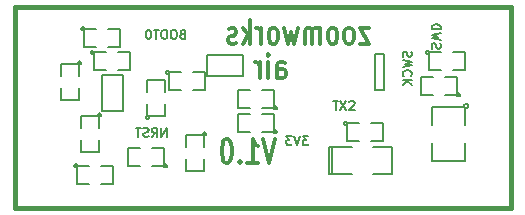
<source format=gbo>
G04 (created by PCBNEW-RS274X (2011-05-25)-stable) date Thu 12 Dec 2013 15:20:29 GMT*
G01*
G70*
G90*
%MOIN*%
G04 Gerber Fmt 3.4, Leading zero omitted, Abs format*
%FSLAX34Y34*%
G04 APERTURE LIST*
%ADD10C,0.006000*%
%ADD11C,0.015000*%
%ADD12C,0.012000*%
%ADD13C,0.007500*%
%ADD14C,0.005000*%
G04 APERTURE END LIST*
G54D10*
G54D11*
X49016Y-40354D02*
X49016Y-33661D01*
X65551Y-40354D02*
X49016Y-40354D01*
X65551Y-33661D02*
X65551Y-40354D01*
X49016Y-33661D02*
X65551Y-33661D01*
G54D12*
X57686Y-38067D02*
X57486Y-38867D01*
X57286Y-38067D01*
X56772Y-38867D02*
X57115Y-38867D01*
X56943Y-38867D02*
X56943Y-38067D01*
X57000Y-38181D01*
X57058Y-38257D01*
X57115Y-38295D01*
X56515Y-38791D02*
X56487Y-38829D01*
X56515Y-38867D01*
X56544Y-38829D01*
X56515Y-38791D01*
X56515Y-38867D01*
X56115Y-38067D02*
X56058Y-38067D01*
X56001Y-38105D01*
X55972Y-38143D01*
X55943Y-38219D01*
X55915Y-38372D01*
X55915Y-38562D01*
X55943Y-38714D01*
X55972Y-38791D01*
X56001Y-38829D01*
X56058Y-38867D01*
X56115Y-38867D01*
X56172Y-38829D01*
X56201Y-38791D01*
X56229Y-38714D01*
X56258Y-38562D01*
X56258Y-38372D01*
X56229Y-38219D01*
X56201Y-38143D01*
X56172Y-38105D01*
X56115Y-38067D01*
X57759Y-36033D02*
X57759Y-35614D01*
X57788Y-35538D01*
X57845Y-35499D01*
X57959Y-35499D01*
X58016Y-35538D01*
X57759Y-35995D02*
X57816Y-36033D01*
X57959Y-36033D01*
X58016Y-35995D01*
X58045Y-35919D01*
X58045Y-35842D01*
X58016Y-35766D01*
X57959Y-35728D01*
X57816Y-35728D01*
X57759Y-35690D01*
X57473Y-36033D02*
X57473Y-35499D01*
X57473Y-35233D02*
X57502Y-35271D01*
X57473Y-35309D01*
X57445Y-35271D01*
X57473Y-35233D01*
X57473Y-35309D01*
X57187Y-36033D02*
X57187Y-35499D01*
X57187Y-35652D02*
X57159Y-35576D01*
X57130Y-35538D01*
X57073Y-35499D01*
X57016Y-35499D01*
G54D13*
X54076Y-37995D02*
X54076Y-37695D01*
X53904Y-37995D01*
X53904Y-37695D01*
X53590Y-37995D02*
X53690Y-37853D01*
X53762Y-37995D02*
X53762Y-37695D01*
X53647Y-37695D01*
X53619Y-37710D01*
X53604Y-37724D01*
X53590Y-37753D01*
X53590Y-37795D01*
X53604Y-37824D01*
X53619Y-37838D01*
X53647Y-37853D01*
X53762Y-37853D01*
X53476Y-37981D02*
X53433Y-37995D01*
X53362Y-37995D01*
X53333Y-37981D01*
X53319Y-37967D01*
X53304Y-37938D01*
X53304Y-37910D01*
X53319Y-37881D01*
X53333Y-37867D01*
X53362Y-37853D01*
X53419Y-37838D01*
X53447Y-37824D01*
X53462Y-37810D01*
X53476Y-37781D01*
X53476Y-37753D01*
X53462Y-37724D01*
X53447Y-37710D01*
X53419Y-37695D01*
X53347Y-37695D01*
X53304Y-37710D01*
X53218Y-37695D02*
X53047Y-37695D01*
X53133Y-37995D02*
X53133Y-37695D01*
X54605Y-34570D02*
X54562Y-34585D01*
X54547Y-34599D01*
X54533Y-34627D01*
X54533Y-34670D01*
X54547Y-34699D01*
X54562Y-34713D01*
X54590Y-34727D01*
X54705Y-34727D01*
X54705Y-34427D01*
X54605Y-34427D01*
X54576Y-34442D01*
X54562Y-34456D01*
X54547Y-34485D01*
X54547Y-34513D01*
X54562Y-34542D01*
X54576Y-34556D01*
X54605Y-34570D01*
X54705Y-34570D01*
X54347Y-34427D02*
X54290Y-34427D01*
X54262Y-34442D01*
X54233Y-34470D01*
X54219Y-34527D01*
X54219Y-34627D01*
X54233Y-34685D01*
X54262Y-34713D01*
X54290Y-34727D01*
X54347Y-34727D01*
X54376Y-34713D01*
X54405Y-34685D01*
X54419Y-34627D01*
X54419Y-34527D01*
X54405Y-34470D01*
X54376Y-34442D01*
X54347Y-34427D01*
X54033Y-34427D02*
X53976Y-34427D01*
X53948Y-34442D01*
X53919Y-34470D01*
X53905Y-34527D01*
X53905Y-34627D01*
X53919Y-34685D01*
X53948Y-34713D01*
X53976Y-34727D01*
X54033Y-34727D01*
X54062Y-34713D01*
X54091Y-34685D01*
X54105Y-34627D01*
X54105Y-34527D01*
X54091Y-34470D01*
X54062Y-34442D01*
X54033Y-34427D01*
X53819Y-34427D02*
X53648Y-34427D01*
X53734Y-34727D02*
X53734Y-34427D01*
X53490Y-34427D02*
X53462Y-34427D01*
X53433Y-34442D01*
X53419Y-34456D01*
X53405Y-34485D01*
X53390Y-34542D01*
X53390Y-34613D01*
X53405Y-34670D01*
X53419Y-34699D01*
X53433Y-34713D01*
X53462Y-34727D01*
X53490Y-34727D01*
X53519Y-34713D01*
X53533Y-34699D01*
X53548Y-34670D01*
X53562Y-34613D01*
X53562Y-34542D01*
X53548Y-34485D01*
X53533Y-34456D01*
X53519Y-34442D01*
X53490Y-34427D01*
X59629Y-36790D02*
X59800Y-36790D01*
X59714Y-37090D02*
X59714Y-36790D01*
X59872Y-36790D02*
X60072Y-37090D01*
X60072Y-36790D02*
X59872Y-37090D01*
X60172Y-36819D02*
X60186Y-36805D01*
X60215Y-36790D01*
X60286Y-36790D01*
X60315Y-36805D01*
X60329Y-36819D01*
X60344Y-36848D01*
X60344Y-36876D01*
X60329Y-36919D01*
X60158Y-37090D01*
X60344Y-37090D01*
X58796Y-37971D02*
X58610Y-37971D01*
X58710Y-38086D01*
X58668Y-38086D01*
X58639Y-38100D01*
X58625Y-38114D01*
X58610Y-38143D01*
X58610Y-38214D01*
X58625Y-38243D01*
X58639Y-38257D01*
X58668Y-38271D01*
X58753Y-38271D01*
X58782Y-38257D01*
X58796Y-38243D01*
X58524Y-37971D02*
X58424Y-38271D01*
X58324Y-37971D01*
X58253Y-37971D02*
X58067Y-37971D01*
X58167Y-38086D01*
X58125Y-38086D01*
X58096Y-38100D01*
X58082Y-38114D01*
X58067Y-38143D01*
X58067Y-38214D01*
X58082Y-38243D01*
X58096Y-38257D01*
X58125Y-38271D01*
X58210Y-38271D01*
X58239Y-38257D01*
X58253Y-38243D01*
X62233Y-35152D02*
X62247Y-35195D01*
X62247Y-35266D01*
X62233Y-35295D01*
X62219Y-35309D01*
X62190Y-35324D01*
X62162Y-35324D01*
X62133Y-35309D01*
X62119Y-35295D01*
X62105Y-35266D01*
X62090Y-35209D01*
X62076Y-35181D01*
X62062Y-35166D01*
X62033Y-35152D01*
X62005Y-35152D01*
X61976Y-35166D01*
X61962Y-35181D01*
X61947Y-35209D01*
X61947Y-35281D01*
X61962Y-35324D01*
X61947Y-35424D02*
X62247Y-35495D01*
X62033Y-35552D01*
X62247Y-35610D01*
X61947Y-35681D01*
X62219Y-35967D02*
X62233Y-35953D01*
X62247Y-35910D01*
X62247Y-35881D01*
X62233Y-35838D01*
X62205Y-35810D01*
X62176Y-35795D01*
X62119Y-35781D01*
X62076Y-35781D01*
X62019Y-35795D01*
X61990Y-35810D01*
X61962Y-35838D01*
X61947Y-35881D01*
X61947Y-35910D01*
X61962Y-35953D01*
X61976Y-35967D01*
X62247Y-36095D02*
X61947Y-36095D01*
X62247Y-36267D02*
X62076Y-36138D01*
X61947Y-36267D02*
X62119Y-36095D01*
X62924Y-35053D02*
X62910Y-35010D01*
X62910Y-34939D01*
X62924Y-34910D01*
X62938Y-34896D01*
X62967Y-34881D01*
X62995Y-34881D01*
X63024Y-34896D01*
X63038Y-34910D01*
X63052Y-34939D01*
X63067Y-34996D01*
X63081Y-35024D01*
X63095Y-35039D01*
X63124Y-35053D01*
X63152Y-35053D01*
X63181Y-35039D01*
X63195Y-35024D01*
X63210Y-34996D01*
X63210Y-34924D01*
X63195Y-34881D01*
X63210Y-34781D02*
X62910Y-34710D01*
X63124Y-34653D01*
X62910Y-34595D01*
X63210Y-34524D01*
X62910Y-34410D02*
X63210Y-34410D01*
X63210Y-34338D01*
X63195Y-34295D01*
X63167Y-34267D01*
X63138Y-34252D01*
X63081Y-34238D01*
X63038Y-34238D01*
X62981Y-34252D01*
X62952Y-34267D01*
X62924Y-34295D01*
X62910Y-34338D01*
X62910Y-34410D01*
G54D12*
X60822Y-34357D02*
X60508Y-34357D01*
X60822Y-34891D01*
X60508Y-34891D01*
X60193Y-34891D02*
X60251Y-34853D01*
X60279Y-34815D01*
X60308Y-34738D01*
X60308Y-34510D01*
X60279Y-34434D01*
X60251Y-34396D01*
X60193Y-34357D01*
X60108Y-34357D01*
X60051Y-34396D01*
X60022Y-34434D01*
X59993Y-34510D01*
X59993Y-34738D01*
X60022Y-34815D01*
X60051Y-34853D01*
X60108Y-34891D01*
X60193Y-34891D01*
X59650Y-34891D02*
X59708Y-34853D01*
X59736Y-34815D01*
X59765Y-34738D01*
X59765Y-34510D01*
X59736Y-34434D01*
X59708Y-34396D01*
X59650Y-34357D01*
X59565Y-34357D01*
X59508Y-34396D01*
X59479Y-34434D01*
X59450Y-34510D01*
X59450Y-34738D01*
X59479Y-34815D01*
X59508Y-34853D01*
X59565Y-34891D01*
X59650Y-34891D01*
X59193Y-34891D02*
X59193Y-34357D01*
X59193Y-34434D02*
X59165Y-34396D01*
X59107Y-34357D01*
X59022Y-34357D01*
X58965Y-34396D01*
X58936Y-34472D01*
X58936Y-34891D01*
X58936Y-34472D02*
X58907Y-34396D01*
X58850Y-34357D01*
X58765Y-34357D01*
X58707Y-34396D01*
X58679Y-34472D01*
X58679Y-34891D01*
X58450Y-34357D02*
X58336Y-34891D01*
X58222Y-34510D01*
X58107Y-34891D01*
X57993Y-34357D01*
X57678Y-34891D02*
X57736Y-34853D01*
X57764Y-34815D01*
X57793Y-34738D01*
X57793Y-34510D01*
X57764Y-34434D01*
X57736Y-34396D01*
X57678Y-34357D01*
X57593Y-34357D01*
X57536Y-34396D01*
X57507Y-34434D01*
X57478Y-34510D01*
X57478Y-34738D01*
X57507Y-34815D01*
X57536Y-34853D01*
X57593Y-34891D01*
X57678Y-34891D01*
X57221Y-34891D02*
X57221Y-34357D01*
X57221Y-34510D02*
X57193Y-34434D01*
X57164Y-34396D01*
X57107Y-34357D01*
X57050Y-34357D01*
X56850Y-34891D02*
X56850Y-34091D01*
X56793Y-34586D02*
X56622Y-34891D01*
X56622Y-34357D02*
X56850Y-34662D01*
X56393Y-34853D02*
X56336Y-34891D01*
X56221Y-34891D01*
X56164Y-34853D01*
X56136Y-34777D01*
X56136Y-34738D01*
X56164Y-34662D01*
X56221Y-34624D01*
X56307Y-34624D01*
X56364Y-34586D01*
X56393Y-34510D01*
X56393Y-34472D01*
X56364Y-34396D01*
X56307Y-34357D01*
X56221Y-34357D01*
X56164Y-34396D01*
G54D14*
X52633Y-35935D02*
X51933Y-35935D01*
X51933Y-35935D02*
X51933Y-37135D01*
X51933Y-37135D02*
X52633Y-37135D01*
X52633Y-37135D02*
X52633Y-35935D01*
X64134Y-36963D02*
X64132Y-36976D01*
X64128Y-36989D01*
X64122Y-37001D01*
X64113Y-37012D01*
X64103Y-37021D01*
X64091Y-37027D01*
X64078Y-37031D01*
X64064Y-37032D01*
X64051Y-37031D01*
X64038Y-37027D01*
X64026Y-37021D01*
X64016Y-37013D01*
X64007Y-37002D01*
X64000Y-36990D01*
X63996Y-36977D01*
X63995Y-36963D01*
X63996Y-36951D01*
X63999Y-36938D01*
X64006Y-36926D01*
X64014Y-36915D01*
X64025Y-36906D01*
X64036Y-36899D01*
X64049Y-36895D01*
X64063Y-36894D01*
X64076Y-36895D01*
X64089Y-36898D01*
X64101Y-36904D01*
X64112Y-36913D01*
X64121Y-36923D01*
X64127Y-36935D01*
X64132Y-36948D01*
X64133Y-36962D01*
X64134Y-36963D01*
X62914Y-37613D02*
X62914Y-37013D01*
X62914Y-37013D02*
X64014Y-37013D01*
X64014Y-37013D02*
X64014Y-37613D01*
X64014Y-38213D02*
X64014Y-38813D01*
X64014Y-38813D02*
X62914Y-38813D01*
X62914Y-38813D02*
X62914Y-38213D01*
X51216Y-35531D02*
X51215Y-35540D01*
X51212Y-35550D01*
X51207Y-35558D01*
X51201Y-35566D01*
X51193Y-35572D01*
X51185Y-35577D01*
X51176Y-35579D01*
X51166Y-35580D01*
X51157Y-35580D01*
X51148Y-35577D01*
X51139Y-35572D01*
X51132Y-35566D01*
X51125Y-35559D01*
X51121Y-35550D01*
X51118Y-35541D01*
X51117Y-35531D01*
X51117Y-35522D01*
X51120Y-35513D01*
X51124Y-35504D01*
X51131Y-35497D01*
X51138Y-35490D01*
X51146Y-35486D01*
X51156Y-35483D01*
X51165Y-35482D01*
X51174Y-35482D01*
X51184Y-35485D01*
X51192Y-35489D01*
X51200Y-35495D01*
X51206Y-35503D01*
X51211Y-35511D01*
X51214Y-35520D01*
X51215Y-35530D01*
X51216Y-35531D01*
X51166Y-35981D02*
X51166Y-35581D01*
X51166Y-35581D02*
X50566Y-35581D01*
X50566Y-35581D02*
X50566Y-35981D01*
X50566Y-36381D02*
X50566Y-36781D01*
X50566Y-36781D02*
X51166Y-36781D01*
X51166Y-36781D02*
X51166Y-36381D01*
X62825Y-35172D02*
X62824Y-35181D01*
X62821Y-35191D01*
X62816Y-35199D01*
X62810Y-35207D01*
X62802Y-35213D01*
X62794Y-35218D01*
X62785Y-35220D01*
X62775Y-35221D01*
X62766Y-35221D01*
X62757Y-35218D01*
X62748Y-35213D01*
X62741Y-35207D01*
X62734Y-35200D01*
X62730Y-35191D01*
X62727Y-35182D01*
X62726Y-35172D01*
X62726Y-35163D01*
X62729Y-35154D01*
X62733Y-35145D01*
X62740Y-35138D01*
X62747Y-35131D01*
X62755Y-35127D01*
X62765Y-35124D01*
X62774Y-35123D01*
X62783Y-35123D01*
X62793Y-35126D01*
X62801Y-35130D01*
X62809Y-35136D01*
X62815Y-35144D01*
X62820Y-35152D01*
X62823Y-35161D01*
X62824Y-35171D01*
X62825Y-35172D01*
X63225Y-35172D02*
X62825Y-35172D01*
X62825Y-35172D02*
X62825Y-35772D01*
X62825Y-35772D02*
X63225Y-35772D01*
X63625Y-35772D02*
X64025Y-35772D01*
X64025Y-35772D02*
X64025Y-35172D01*
X64025Y-35172D02*
X63625Y-35172D01*
X63850Y-36599D02*
X63849Y-36608D01*
X63846Y-36618D01*
X63841Y-36626D01*
X63835Y-36634D01*
X63827Y-36640D01*
X63819Y-36645D01*
X63810Y-36647D01*
X63800Y-36648D01*
X63791Y-36648D01*
X63782Y-36645D01*
X63773Y-36640D01*
X63766Y-36634D01*
X63759Y-36627D01*
X63755Y-36618D01*
X63752Y-36609D01*
X63751Y-36599D01*
X63751Y-36590D01*
X63754Y-36581D01*
X63758Y-36572D01*
X63765Y-36565D01*
X63772Y-36558D01*
X63780Y-36554D01*
X63790Y-36551D01*
X63799Y-36550D01*
X63808Y-36550D01*
X63818Y-36553D01*
X63826Y-36557D01*
X63834Y-36563D01*
X63840Y-36571D01*
X63845Y-36579D01*
X63848Y-36588D01*
X63849Y-36598D01*
X63850Y-36599D01*
X63350Y-36599D02*
X63750Y-36599D01*
X63750Y-36599D02*
X63750Y-35999D01*
X63750Y-35999D02*
X63350Y-35999D01*
X62950Y-35999D02*
X62550Y-35999D01*
X62550Y-35999D02*
X62550Y-36599D01*
X62550Y-36599D02*
X62950Y-36599D01*
X54086Y-38961D02*
X54085Y-38970D01*
X54082Y-38980D01*
X54077Y-38988D01*
X54071Y-38996D01*
X54063Y-39002D01*
X54055Y-39007D01*
X54046Y-39009D01*
X54036Y-39010D01*
X54027Y-39010D01*
X54018Y-39007D01*
X54009Y-39002D01*
X54002Y-38996D01*
X53995Y-38989D01*
X53991Y-38980D01*
X53988Y-38971D01*
X53987Y-38961D01*
X53987Y-38952D01*
X53990Y-38943D01*
X53994Y-38934D01*
X54001Y-38927D01*
X54008Y-38920D01*
X54016Y-38916D01*
X54026Y-38913D01*
X54035Y-38912D01*
X54044Y-38912D01*
X54054Y-38915D01*
X54062Y-38919D01*
X54070Y-38925D01*
X54076Y-38933D01*
X54081Y-38941D01*
X54084Y-38950D01*
X54085Y-38960D01*
X54086Y-38961D01*
X53586Y-38961D02*
X53986Y-38961D01*
X53986Y-38961D02*
X53986Y-38361D01*
X53986Y-38361D02*
X53586Y-38361D01*
X53186Y-38361D02*
X52786Y-38361D01*
X52786Y-38361D02*
X52786Y-38961D01*
X52786Y-38961D02*
X53186Y-38961D01*
X51329Y-34385D02*
X51328Y-34394D01*
X51325Y-34404D01*
X51320Y-34412D01*
X51314Y-34420D01*
X51306Y-34426D01*
X51298Y-34431D01*
X51289Y-34433D01*
X51279Y-34434D01*
X51270Y-34434D01*
X51261Y-34431D01*
X51252Y-34426D01*
X51245Y-34420D01*
X51238Y-34413D01*
X51234Y-34404D01*
X51231Y-34395D01*
X51230Y-34385D01*
X51230Y-34376D01*
X51233Y-34367D01*
X51237Y-34358D01*
X51244Y-34351D01*
X51251Y-34344D01*
X51259Y-34340D01*
X51269Y-34337D01*
X51278Y-34336D01*
X51287Y-34336D01*
X51297Y-34339D01*
X51305Y-34343D01*
X51313Y-34349D01*
X51319Y-34357D01*
X51324Y-34365D01*
X51327Y-34374D01*
X51328Y-34384D01*
X51329Y-34385D01*
X51729Y-34385D02*
X51329Y-34385D01*
X51329Y-34385D02*
X51329Y-34985D01*
X51329Y-34985D02*
X51729Y-34985D01*
X52129Y-34985D02*
X52529Y-34985D01*
X52529Y-34985D02*
X52529Y-34385D01*
X52529Y-34385D02*
X52129Y-34385D01*
X51093Y-38952D02*
X51092Y-38961D01*
X51089Y-38971D01*
X51084Y-38979D01*
X51078Y-38987D01*
X51070Y-38993D01*
X51062Y-38998D01*
X51053Y-39000D01*
X51043Y-39001D01*
X51034Y-39001D01*
X51025Y-38998D01*
X51016Y-38993D01*
X51009Y-38987D01*
X51002Y-38980D01*
X50998Y-38971D01*
X50995Y-38962D01*
X50994Y-38952D01*
X50994Y-38943D01*
X50997Y-38934D01*
X51001Y-38925D01*
X51008Y-38918D01*
X51015Y-38911D01*
X51023Y-38907D01*
X51033Y-38904D01*
X51042Y-38903D01*
X51051Y-38903D01*
X51061Y-38906D01*
X51069Y-38910D01*
X51077Y-38916D01*
X51083Y-38924D01*
X51088Y-38932D01*
X51091Y-38941D01*
X51092Y-38951D01*
X51093Y-38952D01*
X51493Y-38952D02*
X51093Y-38952D01*
X51093Y-38952D02*
X51093Y-39552D01*
X51093Y-39552D02*
X51493Y-39552D01*
X51893Y-39552D02*
X52293Y-39552D01*
X52293Y-39552D02*
X52293Y-38952D01*
X52293Y-38952D02*
X51893Y-38952D01*
X54164Y-35842D02*
X54163Y-35851D01*
X54160Y-35861D01*
X54155Y-35869D01*
X54149Y-35877D01*
X54141Y-35883D01*
X54133Y-35888D01*
X54124Y-35890D01*
X54114Y-35891D01*
X54105Y-35891D01*
X54096Y-35888D01*
X54087Y-35883D01*
X54080Y-35877D01*
X54073Y-35870D01*
X54069Y-35861D01*
X54066Y-35852D01*
X54065Y-35842D01*
X54065Y-35833D01*
X54068Y-35824D01*
X54072Y-35815D01*
X54079Y-35808D01*
X54086Y-35801D01*
X54094Y-35797D01*
X54104Y-35794D01*
X54113Y-35793D01*
X54122Y-35793D01*
X54132Y-35796D01*
X54140Y-35800D01*
X54148Y-35806D01*
X54154Y-35814D01*
X54159Y-35822D01*
X54162Y-35831D01*
X54163Y-35841D01*
X54164Y-35842D01*
X54564Y-35842D02*
X54164Y-35842D01*
X54164Y-35842D02*
X54164Y-36442D01*
X54164Y-36442D02*
X54564Y-36442D01*
X54964Y-36442D02*
X55364Y-36442D01*
X55364Y-36442D02*
X55364Y-35842D01*
X55364Y-35842D02*
X54964Y-35842D01*
X51885Y-37263D02*
X51884Y-37272D01*
X51881Y-37282D01*
X51876Y-37290D01*
X51870Y-37298D01*
X51862Y-37304D01*
X51854Y-37309D01*
X51845Y-37311D01*
X51835Y-37312D01*
X51826Y-37312D01*
X51817Y-37309D01*
X51808Y-37304D01*
X51801Y-37298D01*
X51794Y-37291D01*
X51790Y-37282D01*
X51787Y-37273D01*
X51786Y-37263D01*
X51786Y-37254D01*
X51789Y-37245D01*
X51793Y-37236D01*
X51800Y-37229D01*
X51807Y-37222D01*
X51815Y-37218D01*
X51825Y-37215D01*
X51834Y-37214D01*
X51843Y-37214D01*
X51853Y-37217D01*
X51861Y-37221D01*
X51869Y-37227D01*
X51875Y-37235D01*
X51880Y-37243D01*
X51883Y-37252D01*
X51884Y-37262D01*
X51885Y-37263D01*
X51835Y-37713D02*
X51835Y-37313D01*
X51835Y-37313D02*
X51235Y-37313D01*
X51235Y-37313D02*
X51235Y-37713D01*
X51235Y-38113D02*
X51235Y-38513D01*
X51235Y-38513D02*
X51835Y-38513D01*
X51835Y-38513D02*
X51835Y-38113D01*
X51644Y-35172D02*
X51643Y-35181D01*
X51640Y-35191D01*
X51635Y-35199D01*
X51629Y-35207D01*
X51621Y-35213D01*
X51613Y-35218D01*
X51604Y-35220D01*
X51594Y-35221D01*
X51585Y-35221D01*
X51576Y-35218D01*
X51567Y-35213D01*
X51560Y-35207D01*
X51553Y-35200D01*
X51549Y-35191D01*
X51546Y-35182D01*
X51545Y-35172D01*
X51545Y-35163D01*
X51548Y-35154D01*
X51552Y-35145D01*
X51559Y-35138D01*
X51566Y-35131D01*
X51574Y-35127D01*
X51584Y-35124D01*
X51593Y-35123D01*
X51602Y-35123D01*
X51612Y-35126D01*
X51620Y-35130D01*
X51628Y-35136D01*
X51634Y-35144D01*
X51639Y-35152D01*
X51642Y-35161D01*
X51643Y-35171D01*
X51644Y-35172D01*
X52044Y-35172D02*
X51644Y-35172D01*
X51644Y-35172D02*
X51644Y-35772D01*
X51644Y-35772D02*
X52044Y-35772D01*
X52444Y-35772D02*
X52844Y-35772D01*
X52844Y-35772D02*
X52844Y-35172D01*
X52844Y-35172D02*
X52444Y-35172D01*
X55389Y-37893D02*
X55388Y-37902D01*
X55385Y-37912D01*
X55380Y-37920D01*
X55374Y-37928D01*
X55366Y-37934D01*
X55358Y-37939D01*
X55349Y-37941D01*
X55339Y-37942D01*
X55330Y-37942D01*
X55321Y-37939D01*
X55312Y-37934D01*
X55305Y-37928D01*
X55298Y-37921D01*
X55294Y-37912D01*
X55291Y-37903D01*
X55290Y-37893D01*
X55290Y-37884D01*
X55293Y-37875D01*
X55297Y-37866D01*
X55304Y-37859D01*
X55311Y-37852D01*
X55319Y-37848D01*
X55329Y-37845D01*
X55338Y-37844D01*
X55347Y-37844D01*
X55357Y-37847D01*
X55365Y-37851D01*
X55373Y-37857D01*
X55379Y-37865D01*
X55384Y-37873D01*
X55387Y-37882D01*
X55388Y-37892D01*
X55389Y-37893D01*
X55339Y-38343D02*
X55339Y-37943D01*
X55339Y-37943D02*
X54739Y-37943D01*
X54739Y-37943D02*
X54739Y-38343D01*
X54739Y-38743D02*
X54739Y-39143D01*
X54739Y-39143D02*
X55339Y-39143D01*
X55339Y-39143D02*
X55339Y-38743D01*
X53490Y-37343D02*
X53489Y-37352D01*
X53486Y-37362D01*
X53481Y-37370D01*
X53475Y-37378D01*
X53467Y-37384D01*
X53459Y-37389D01*
X53450Y-37391D01*
X53440Y-37392D01*
X53431Y-37392D01*
X53422Y-37389D01*
X53413Y-37384D01*
X53406Y-37378D01*
X53399Y-37371D01*
X53395Y-37362D01*
X53392Y-37353D01*
X53391Y-37343D01*
X53391Y-37334D01*
X53394Y-37325D01*
X53398Y-37316D01*
X53405Y-37309D01*
X53412Y-37302D01*
X53420Y-37298D01*
X53430Y-37295D01*
X53439Y-37294D01*
X53448Y-37294D01*
X53458Y-37297D01*
X53466Y-37301D01*
X53474Y-37307D01*
X53480Y-37315D01*
X53485Y-37323D01*
X53488Y-37332D01*
X53489Y-37342D01*
X53490Y-37343D01*
X53440Y-36893D02*
X53440Y-37293D01*
X53440Y-37293D02*
X54040Y-37293D01*
X54040Y-37293D02*
X54040Y-36893D01*
X54040Y-36493D02*
X54040Y-36093D01*
X54040Y-36093D02*
X53440Y-36093D01*
X53440Y-36093D02*
X53440Y-36493D01*
X59591Y-39230D02*
X59491Y-39230D01*
X59491Y-39230D02*
X59491Y-38330D01*
X59491Y-38330D02*
X59591Y-38330D01*
X59591Y-39230D02*
X59591Y-38330D01*
X59591Y-38330D02*
X60241Y-38330D01*
X60941Y-39230D02*
X61591Y-39230D01*
X61591Y-39230D02*
X61591Y-38330D01*
X61591Y-38330D02*
X60941Y-38330D01*
X60241Y-39230D02*
X59591Y-39230D01*
X55431Y-35276D02*
X55431Y-35976D01*
X55431Y-35976D02*
X56631Y-35976D01*
X56631Y-35976D02*
X56631Y-35276D01*
X56631Y-35276D02*
X55431Y-35276D01*
X57747Y-37032D02*
X57746Y-37041D01*
X57743Y-37051D01*
X57738Y-37059D01*
X57732Y-37067D01*
X57724Y-37073D01*
X57716Y-37078D01*
X57707Y-37080D01*
X57697Y-37081D01*
X57688Y-37081D01*
X57679Y-37078D01*
X57670Y-37073D01*
X57663Y-37067D01*
X57656Y-37060D01*
X57652Y-37051D01*
X57649Y-37042D01*
X57648Y-37032D01*
X57648Y-37023D01*
X57651Y-37014D01*
X57655Y-37005D01*
X57662Y-36998D01*
X57669Y-36991D01*
X57677Y-36987D01*
X57687Y-36984D01*
X57696Y-36983D01*
X57705Y-36983D01*
X57715Y-36986D01*
X57723Y-36990D01*
X57731Y-36996D01*
X57737Y-37004D01*
X57742Y-37012D01*
X57745Y-37021D01*
X57746Y-37031D01*
X57747Y-37032D01*
X57247Y-37032D02*
X57647Y-37032D01*
X57647Y-37032D02*
X57647Y-36432D01*
X57647Y-36432D02*
X57247Y-36432D01*
X56847Y-36432D02*
X56447Y-36432D01*
X56447Y-36432D02*
X56447Y-37032D01*
X56447Y-37032D02*
X56847Y-37032D01*
X57747Y-37820D02*
X57746Y-37829D01*
X57743Y-37839D01*
X57738Y-37847D01*
X57732Y-37855D01*
X57724Y-37861D01*
X57716Y-37866D01*
X57707Y-37868D01*
X57697Y-37869D01*
X57688Y-37869D01*
X57679Y-37866D01*
X57670Y-37861D01*
X57663Y-37855D01*
X57656Y-37848D01*
X57652Y-37839D01*
X57649Y-37830D01*
X57648Y-37820D01*
X57648Y-37811D01*
X57651Y-37802D01*
X57655Y-37793D01*
X57662Y-37786D01*
X57669Y-37779D01*
X57677Y-37775D01*
X57687Y-37772D01*
X57696Y-37771D01*
X57705Y-37771D01*
X57715Y-37774D01*
X57723Y-37778D01*
X57731Y-37784D01*
X57737Y-37792D01*
X57742Y-37800D01*
X57745Y-37809D01*
X57746Y-37819D01*
X57747Y-37820D01*
X57247Y-37820D02*
X57647Y-37820D01*
X57647Y-37820D02*
X57647Y-37220D01*
X57647Y-37220D02*
X57247Y-37220D01*
X56847Y-37220D02*
X56447Y-37220D01*
X56447Y-37220D02*
X56447Y-37820D01*
X56447Y-37820D02*
X56847Y-37820D01*
X60093Y-37535D02*
X60092Y-37544D01*
X60089Y-37554D01*
X60084Y-37562D01*
X60078Y-37570D01*
X60070Y-37576D01*
X60062Y-37581D01*
X60053Y-37583D01*
X60043Y-37584D01*
X60034Y-37584D01*
X60025Y-37581D01*
X60016Y-37576D01*
X60009Y-37570D01*
X60002Y-37563D01*
X59998Y-37554D01*
X59995Y-37545D01*
X59994Y-37535D01*
X59994Y-37526D01*
X59997Y-37517D01*
X60001Y-37508D01*
X60008Y-37501D01*
X60015Y-37494D01*
X60023Y-37490D01*
X60033Y-37487D01*
X60042Y-37486D01*
X60051Y-37486D01*
X60061Y-37489D01*
X60069Y-37493D01*
X60077Y-37499D01*
X60083Y-37507D01*
X60088Y-37515D01*
X60091Y-37524D01*
X60092Y-37534D01*
X60093Y-37535D01*
X60493Y-37535D02*
X60093Y-37535D01*
X60093Y-37535D02*
X60093Y-38135D01*
X60093Y-38135D02*
X60493Y-38135D01*
X60893Y-38135D02*
X61293Y-38135D01*
X61293Y-38135D02*
X61293Y-37535D01*
X61293Y-37535D02*
X60893Y-37535D01*
X61031Y-35227D02*
X61031Y-36427D01*
X61031Y-36427D02*
X61331Y-36427D01*
X61331Y-36427D02*
X61331Y-35227D01*
X61331Y-35227D02*
X61031Y-35227D01*
M02*

</source>
